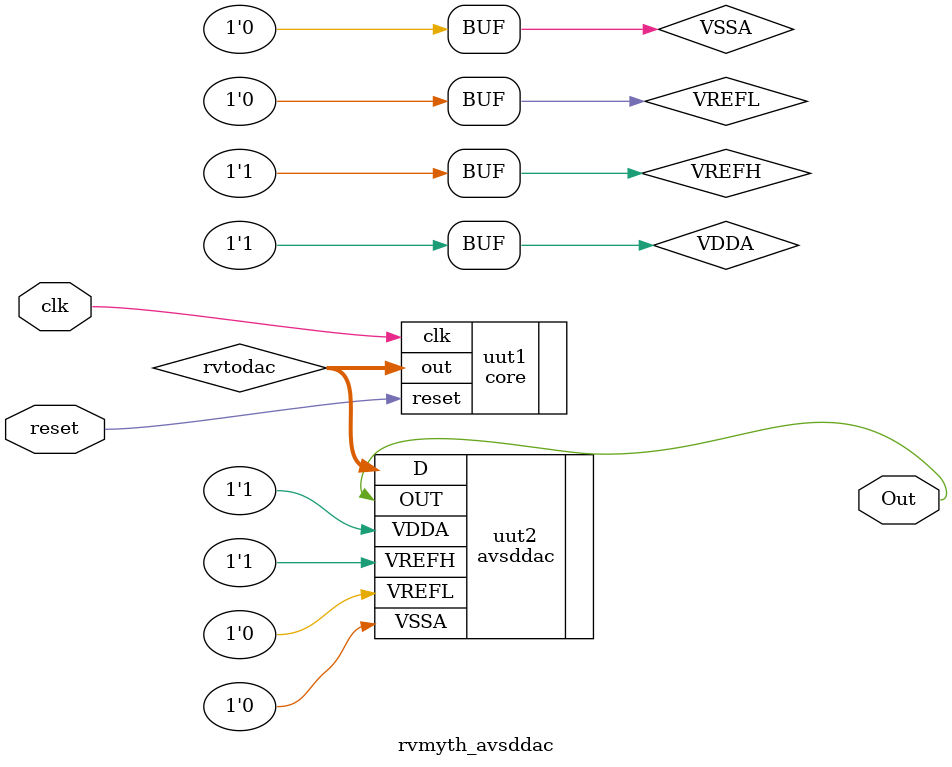
<source format=v>
`include "mythcore_test.v"
module rvmyth_avsddac( clk, reset, Out);
input clk, reset;
output Out;
wire Out;

wire [9:0] rvtodac;
wire VSSA, VDDA, VREFL, VREFH;

 

//assign VDD = 1.8;
assign VDDA = 3.3;
assign VREFH = 3.3;
assign VREFL = 0.0;
//assign VSS = 0.0;
assign VSSA = 0.0;
//assign EN=1;



core uut1 ( .clk(clk), .reset(reset), .out(rvtodac));

avsddac uut2 ( .OUT(Out), .D(rvtodac), .VDDA(VDDA), .VREFH(VREFH), .VREFL(VREFL), .VSSA(VSSA) );


endmodule

</source>
